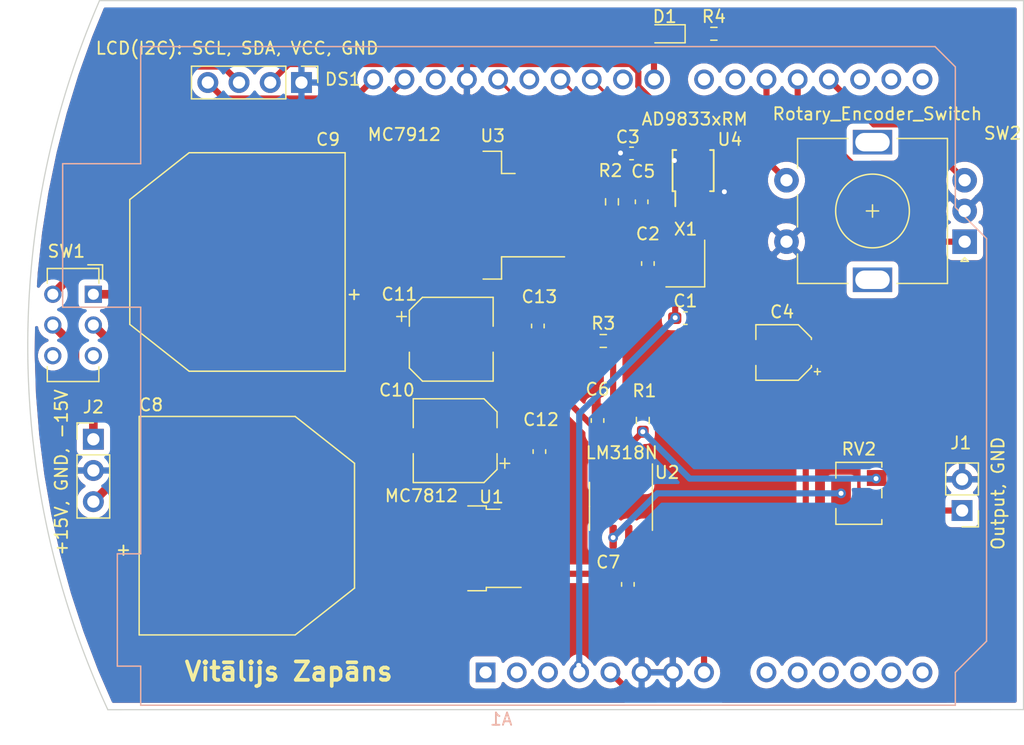
<source format=kicad_pcb>
(kicad_pcb (version 20171130) (host pcbnew "(5.1.7)-1")
  (title_block (title "Function generator") (date 2021-01-23) (rev V1.0) (company "Ventspils Augstskola") (comment 1 "PCB_CAD kurss") (comment 2 "Vitālijs Zapāns"))
  (layers (0 F.Cu signal) (31 B.Cu signal) (34 B.Paste user) (35 F.Paste user) (36 B.SilkS user) (37 F.SilkS user) (38 B.Mask user) (39 F.Mask user) (44 Edge.Cuts user))
  (net 0 "")
  (net 1 "Net-(A1-Pad32)")
  (net 2 "Net-(A1-Pad31)")
  (net 3 "Net-(A1-Pad1)")
  (net 4 "Net-(A1-Pad17)")
  (net 5 "Net-(A1-Pad2)")
  (net 6 "Net-(A1-Pad18)")
  (net 7 "Net-(A1-Pad3)")
  (net 8 "Net-(A1-Pad19)")
  (net 9 +3.3V)
  (net 10 "Net-(A1-Pad20)")
  (net 11 +5V)
  (net 12 "Net-(A1-Pad21)")
  (net 13 GNDREF)
  (net 14 "Net-(A1-Pad22)")
  (net 15 "Net-(A1-Pad23)")
  (net 16 +12V)
  (net 17 "Net-(A1-Pad24)")
  (net 18 "Net-(A1-Pad9)")
  (net 19 FSYNC)
  (net 20 "Net-(A1-Pad10)")
  (net 21 SDATA)
  (net 22 "Net-(A1-Pad11)")
  (net 23 "Net-(A1-Pad27)")
  (net 24 "Net-(A1-Pad12)")
  (net 25 SCLK)
  (net 26 "Net-(A1-Pad13)")
  (net 27 "Net-(A1-Pad14)")
  (net 28 "Net-(A1-Pad30)")
  (net 29 "Net-(A1-Pad15)")
  (net 30 "Net-(A1-Pad16)")
  (net 31 "Net-(C2-Pad1)")
  (net 32 "Net-(C5-Pad1)")
  (net 33 -12V)
  (net 34 "Net-(C8-Pad1)")
  (net 35 "Net-(C9-Pad2)")
  (net 36 "Net-(D1-Pad1)")
  (net 37 "Net-(J1-Pad1)")
  (net 38 "Net-(R1-Pad1)")
  (net 39 "Net-(R2-Pad1)")
  (net 40 "Net-(R2-Pad2)")
  (net 41 "Net-(U2-Pad1)")
  (net 42 "Net-(U2-Pad5)")
  (net 43 "Net-(U2-Pad8)")
  (net 44 "Net-(U4-Pad5)")
  (net 45 "Net-(X1-Pad1)")
  (net 46 "Net-(J2-Pad1)")
  (net 47 "Net-(J2-Pad3)")
  (net 48 "Net-(SW1-Pad3)")
  (net 49 "Net-(SW1-Pad6)")
  (module Module:Arduino_UNO_R3 (layer B.Cu) (at 117.221 106.172)
    (fp_text reference A1 (at 1.27 3.81 -180) (layer B.SilkS) (effects (justify mirror)))
    (fp_text value Arduino_UNO_R3)
    (fp_line (start 40.77 -35.31) (end 40.77 -2.54) (layer B.SilkS) (width 0.12))
    (fp_line (start 40.77 -2.54) (end 38.23 0) (layer B.SilkS) (width 0.12))
    (fp_line (start 38.23 0) (end 38.23 2.67) (layer B.SilkS) (width 0.12))
    (fp_line (start 38.23 2.67) (end -28.07 2.67) (layer B.SilkS) (width 0.12))
    (fp_line (start -28.07 2.67) (end -28.07 -0.51) (layer B.SilkS) (width 0.12))
    (fp_line (start -28.07 -0.51) (end -29.97 -0.51) (layer B.SilkS) (width 0.12))
    (fp_line (start -29.97 -0.51) (end -29.97 -9.65) (layer B.SilkS) (width 0.12))
    (fp_line (start -29.97 -9.65) (end -28.07 -9.65) (layer B.SilkS) (width 0.12))
    (fp_line (start -28.07 -9.65) (end -28.07 -29.72) (layer B.SilkS) (width 0.12))
    (fp_line (start -28.07 -29.72) (end -34.42 -29.72) (layer B.SilkS) (width 0.12))
    (fp_line (start -34.42 -29.72) (end -34.42 -41.4) (layer B.SilkS) (width 0.12))
    (fp_line (start -34.42 -41.4) (end -28.07 -41.4) (layer B.SilkS) (width 0.12))
    (fp_line (start -28.07 -41.4) (end -28.07 -50.93) (layer B.SilkS) (width 0.12))
    (fp_line (start -28.07 -50.93) (end 36.58 -50.93) (layer B.SilkS) (width 0.12))
    (fp_line (start 36.58 -50.93) (end 38.23 -49.28) (layer B.SilkS) (width 0.12))
    (fp_line (start 38.23 -49.28) (end 38.23 -37.85) (layer B.SilkS) (width 0.12))
    (fp_line (start 38.23 -37.85) (end 40.77 -35.31) (layer B.SilkS) (width 0.12))
    (pad 32 thru_hole oval (at -9.14 -48.26 270) (size 1.6 1.6) (drill 1) (layers *.Cu *.Mask) (net 1 "Net-(A1-Pad32)"))
    (pad 31 thru_hole oval (at -6.6 -48.26 270) (size 1.6 1.6) (drill 1) (layers *.Cu *.Mask) (net 2 "Net-(A1-Pad31)"))
    (pad 1 thru_hole rect (at 0 0 270) (size 1.6 1.6) (drill 1) (layers *.Cu *.Mask) (net 3 "Net-(A1-Pad1)"))
    (pad 17 thru_hole oval (at 30.48 -48.26 270) (size 1.6 1.6) (drill 1) (layers *.Cu *.Mask) (net 4 "Net-(A1-Pad17)"))
    (pad 2 thru_hole oval (at 2.54 0 270) (size 1.6 1.6) (drill 1) (layers *.Cu *.Mask) (net 5 "Net-(A1-Pad2)"))
    (pad 18 thru_hole oval (at 27.94 -48.26 270) (size 1.6 1.6) (drill 1) (layers *.Cu *.Mask) (net 6 "Net-(A1-Pad18)"))
    (pad 3 thru_hole oval (at 5.08 0 270) (size 1.6 1.6) (drill 1) (layers *.Cu *.Mask) (net 7 "Net-(A1-Pad3)"))
    (pad 19 thru_hole oval (at 25.4 -48.26 270) (size 1.6 1.6) (drill 1) (layers *.Cu *.Mask) (net 8 "Net-(A1-Pad19)"))
    (pad 4 thru_hole oval (at 7.62 0 270) (size 1.6 1.6) (drill 1) (layers *.Cu *.Mask) (net 9 +3.3V))
    (pad 20 thru_hole oval (at 22.86 -48.26 270) (size 1.6 1.6) (drill 1) (layers *.Cu *.Mask) (net 10 "Net-(A1-Pad20)"))
    (pad 5 thru_hole oval (at 10.16 0 270) (size 1.6 1.6) (drill 1) (layers *.Cu *.Mask) (net 11 +5V))
    (pad 21 thru_hole oval (at 20.32 -48.26 270) (size 1.6 1.6) (drill 1) (layers *.Cu *.Mask) (net 12 "Net-(A1-Pad21)"))
    (pad 6 thru_hole oval (at 12.7 0 270) (size 1.6 1.6) (drill 1) (layers *.Cu *.Mask) (net 13 GNDREF))
    (pad 22 thru_hole oval (at 17.78 -48.26 270) (size 1.6 1.6) (drill 1) (layers *.Cu *.Mask) (net 14 "Net-(A1-Pad22)"))
    (pad 7 thru_hole oval (at 15.24 0 270) (size 1.6 1.6) (drill 1) (layers *.Cu *.Mask) (net 13 GNDREF))
    (pad 23 thru_hole oval (at 13.72 -48.26 270) (size 1.6 1.6) (drill 1) (layers *.Cu *.Mask) (net 15 "Net-(A1-Pad23)"))
    (pad 8 thru_hole oval (at 17.78 0 270) (size 1.6 1.6) (drill 1) (layers *.Cu *.Mask) (net 16 +12V))
    (pad 24 thru_hole oval (at 11.18 -48.26 270) (size 1.6 1.6) (drill 1) (layers *.Cu *.Mask) (net 17 "Net-(A1-Pad24)"))
    (pad 9 thru_hole oval (at 22.86 0 270) (size 1.6 1.6) (drill 1) (layers *.Cu *.Mask) (net 18 "Net-(A1-Pad9)"))
    (pad 25 thru_hole oval (at 8.64 -48.26 270) (size 1.6 1.6) (drill 1) (layers *.Cu *.Mask) (net 19 FSYNC))
    (pad 10 thru_hole oval (at 25.4 0 270) (size 1.6 1.6) (drill 1) (layers *.Cu *.Mask) (net 20 "Net-(A1-Pad10)"))
    (pad 26 thru_hole oval (at 6.1 -48.26 270) (size 1.6 1.6) (drill 1) (layers *.Cu *.Mask) (net 21 SDATA))
    (pad 11 thru_hole oval (at 27.94 0 270) (size 1.6 1.6) (drill 1) (layers *.Cu *.Mask) (net 22 "Net-(A1-Pad11)"))
    (pad 27 thru_hole oval (at 3.56 -48.26 270) (size 1.6 1.6) (drill 1) (layers *.Cu *.Mask) (net 23 "Net-(A1-Pad27)"))
    (pad 12 thru_hole oval (at 30.48 0 270) (size 1.6 1.6) (drill 1) (layers *.Cu *.Mask) (net 24 "Net-(A1-Pad12)"))
    (pad 28 thru_hole oval (at 1.02 -48.26 270) (size 1.6 1.6) (drill 1) (layers *.Cu *.Mask) (net 25 SCLK))
    (pad 13 thru_hole oval (at 33.02 0 270) (size 1.6 1.6) (drill 1) (layers *.Cu *.Mask) (net 26 "Net-(A1-Pad13)"))
    (pad 29 thru_hole oval (at -1.52 -48.26 270) (size 1.6 1.6) (drill 1) (layers *.Cu *.Mask) (net 13 GNDREF))
    (pad 14 thru_hole oval (at 35.56 0 270) (size 1.6 1.6) (drill 1) (layers *.Cu *.Mask) (net 27 "Net-(A1-Pad14)"))
    (pad 30 thru_hole oval (at -4.06 -48.26 270) (size 1.6 1.6) (drill 1) (layers *.Cu *.Mask) (net 28 "Net-(A1-Pad30)"))
    (pad 15 thru_hole oval (at 35.56 -48.26 270) (size 1.6 1.6) (drill 1) (layers *.Cu *.Mask) (net 29 "Net-(A1-Pad15)"))
    (pad 16 thru_hole oval (at 33.02 -48.26 270) (size 1.6 1.6) (drill 1) (layers *.Cu *.Mask) (net 30 "Net-(A1-Pad16)"))
  )
  (module Capacitor_SMD:C_0603_1608Metric_Pad1.08x0.95mm_HandSolder (layer F.Cu) (at 133.477 77.343 180)
    (fp_text reference C1 (at 0 1.397) (layer F.SilkS))
    (fp_text value 100n)
    (fp_line (start -0.146267 0.51) (end 0.146267 0.51) (layer F.SilkS) (width 0.12))
    (fp_line (start -0.146267 -0.51) (end 0.146267 -0.51) (layer F.SilkS) (width 0.12))
    (pad 2 smd roundrect (at 0.8625 0 180) (size 1.075 0.95) (layers F.Cu F.Paste F.Mask) (net 9 +3.3V))
    (pad 1 smd roundrect (at -0.8625 0 180) (size 1.075 0.95) (layers F.Cu F.Paste F.Mask) (net 13 GNDREF))
  )
  (module Capacitor_SMD:C_0603_1608Metric_Pad1.08x0.95mm_HandSolder (layer F.Cu) (at 130.429 72.898 270)
    (fp_text reference C2 (at -2.413 0 180) (layer F.SilkS))
    (fp_text value 100n)
    (fp_line (start -0.146267 -0.51) (end 0.146267 -0.51) (layer F.SilkS) (width 0.12))
    (fp_line (start -0.146267 0.51) (end 0.146267 0.51) (layer F.SilkS) (width 0.12))
    (pad 1 smd roundrect (at -0.8625 0 270) (size 1.075 0.95) (layers F.Cu F.Paste F.Mask) (net 31 "Net-(C2-Pad1)"))
    (pad 2 smd roundrect (at 0.8625 0 270) (size 1.075 0.95) (layers F.Cu F.Paste F.Mask) (net 13 GNDREF))
  )
  (module Capacitor_SMD:C_0603_1608Metric_Pad1.08x0.95mm_HandSolder (layer F.Cu) (at 129.1 63.938 180)
    (fp_text reference C3 (at 0.3 1.338) (layer F.SilkS))
    (fp_text value 100n)
    (fp_line (start -0.146267 0.51) (end 0.146267 0.51) (layer F.SilkS) (width 0.12))
    (fp_line (start -0.146267 -0.51) (end 0.146267 -0.51) (layer F.SilkS) (width 0.12))
    (pad 2 smd roundrect (at 0.8625 0 180) (size 1.075 0.95) (layers F.Cu F.Paste F.Mask) (net 13 GNDREF))
    (pad 1 smd roundrect (at -0.8625 0 180) (size 1.075 0.95) (layers F.Cu F.Paste F.Mask) (net 11 +5V))
  )
  (module Capacitor_SMD:CP_Elec_4x5.8 (layer F.Cu) (at 141.478 80.137 180)
    (fp_text reference C4 (at 0.127 3.302) (layer F.SilkS))
    (fp_text value 10uF)
    (fp_line (start 2.26 2.26) (end 2.26 1.06) (layer F.SilkS) (width 0.12))
    (fp_line (start 2.26 -2.26) (end 2.26 -1.06) (layer F.SilkS) (width 0.12))
    (fp_line (start -1.195563 -2.26) (end 2.26 -2.26) (layer F.SilkS) (width 0.12))
    (fp_line (start -1.195563 2.26) (end 2.26 2.26) (layer F.SilkS) (width 0.12))
    (fp_line (start -2.26 1.195563) (end -2.26 1.06) (layer F.SilkS) (width 0.12))
    (fp_line (start -2.26 -1.195563) (end -2.26 -1.06) (layer F.SilkS) (width 0.12))
    (fp_line (start -2.26 -1.195563) (end -1.195563 -2.26) (layer F.SilkS) (width 0.12))
    (fp_line (start -2.26 1.195563) (end -1.195563 2.26) (layer F.SilkS) (width 0.12))
    (fp_line (start -3 -1.56) (end -2.5 -1.56) (layer F.SilkS) (width 0.12))
    (fp_line (start -2.75 -1.81) (end -2.75 -1.31) (layer F.SilkS) (width 0.12))
    (pad 1 smd roundrect (at -1.8 0 180) (size 2.6 1.6) (layers F.Cu F.Paste F.Mask) (roundrect_rratio 0.15625) (net 11 +5V))
    (pad 2 smd roundrect (at 1.8 0 180) (size 2.6 1.6) (layers F.Cu F.Paste F.Mask) (roundrect_rratio 0.15625) (net 13 GNDREF))
  )
  (module Capacitor_SMD:C_0603_1608Metric_Pad1.08x0.95mm_HandSolder (layer F.Cu) (at 129.921 67.875 90)
    (fp_text reference C5 (at 2.475 0.127 180) (layer F.SilkS))
    (fp_text value 10n)
    (fp_line (start -0.146267 -0.51) (end 0.146267 -0.51) (layer F.SilkS) (width 0.12))
    (fp_line (start -0.146267 0.51) (end 0.146267 0.51) (layer F.SilkS) (width 0.12))
    (pad 1 smd roundrect (at -0.8625 0 90) (size 1.075 0.95) (layers F.Cu F.Paste F.Mask) (net 32 "Net-(C5-Pad1)"))
    (pad 2 smd roundrect (at 0.8625 0 90) (size 1.075 0.95) (layers F.Cu F.Paste F.Mask) (net 11 +5V))
  )
  (module Capacitor_SMD:C_0603_1608Metric_Pad1.08x0.95mm_HandSolder (layer F.Cu) (at 126.333 85.674 270)
    (fp_text reference C6 (at -2.54 0 180) (layer F.SilkS))
    (fp_text value 100n)
    (fp_line (start -0.146267 0.51) (end 0.146267 0.51) (layer F.SilkS) (width 0.12))
    (fp_line (start -0.146267 -0.51) (end 0.146267 -0.51) (layer F.SilkS) (width 0.12))
    (pad 2 smd roundrect (at 0.8625 0 270) (size 1.075 0.95) (layers F.Cu F.Paste F.Mask) (net 33 -12V))
    (pad 1 smd roundrect (at -0.8625 0 270) (size 1.075 0.95) (layers F.Cu F.Paste F.Mask) (net 13 GNDREF))
  )
  (module Capacitor_SMD:C_0603_1608Metric_Pad1.08x0.95mm_HandSolder (layer F.Cu) (at 128.8 99.009 90)
    (fp_text reference C7 (at 1.809 -1.6 180) (layer F.SilkS))
    (fp_text value 100n)
    (fp_line (start -0.146267 -0.51) (end 0.146267 -0.51) (layer F.SilkS) (width 0.12))
    (fp_line (start -0.146267 0.51) (end 0.146267 0.51) (layer F.SilkS) (width 0.12))
    (pad 1 smd roundrect (at -0.8625 0 90) (size 1.075 0.95) (layers F.Cu F.Paste F.Mask) (net 13 GNDREF))
    (pad 2 smd roundrect (at 0.8625 0 90) (size 1.075 0.95) (layers F.Cu F.Paste F.Mask) (net 16 +12V))
  )
  (module Lodlaukumi1:Capacitor_mans (layer F.Cu) (at 109.347 94.234 90)
    (fp_text reference C8 (at 9.834 -19.347) (layer F.SilkS))
    (fp_text value 1000uF)
    (fp_line (start -8.89 -7.62) (end -5.08 -2.794) (layer F.SilkS) (width 0.12))
    (fp_line (start 8.89 -7.62) (end 5.08 -2.794) (layer F.SilkS) (width 0.12))
    (fp_line (start -8.89 -7.62) (end -8.89 -20.32) (layer F.SilkS) (width 0.12))
    (fp_line (start 5.08 -2.794) (end -5.08 -2.794) (layer F.SilkS) (width 0.12))
    (fp_line (start 8.89 -20.32) (end 8.89 -7.62) (layer F.SilkS) (width 0.12))
    (fp_line (start -8.89 -20.32) (end 8.89 -20.32) (layer F.SilkS) (width 0.12))
    (fp_text user + (at -1.991 -21.672 90) (layer F.SilkS))
    (pad 2 smd rect (at 0 -5.207 90) (size 2.5 6.5) (layers F.Cu F.Paste F.Mask) (net 13 GNDREF))
    (pad 1 smd rect (at 0 -17.907 90) (size 2.5 6.5) (layers F.Cu F.Paste F.Mask) (net 34 "Net-(C8-Pad1)"))
  )
  (module Lodlaukumi1:Capacitor_mans (layer F.Cu) (at 85.471 72.771 270)
    (fp_text reference C9 (at -9.971 -18.929 180) (layer F.SilkS))
    (fp_text value 1000uF)
    (fp_line (start -8.89 -20.32) (end 8.89 -20.32) (layer F.SilkS) (width 0.12))
    (fp_line (start 8.89 -20.32) (end 8.89 -7.62) (layer F.SilkS) (width 0.12))
    (fp_line (start 5.08 -2.794) (end -5.08 -2.794) (layer F.SilkS) (width 0.12))
    (fp_line (start -8.89 -7.62) (end -8.89 -20.32) (layer F.SilkS) (width 0.12))
    (fp_line (start 8.89 -7.62) (end 5.08 -2.794) (layer F.SilkS) (width 0.12))
    (fp_line (start -8.89 -7.62) (end -5.08 -2.794) (layer F.SilkS) (width 0.12))
    (fp_text user + (at 2.654 -20.979 270) (layer F.SilkS))
    (pad 1 smd rect (at 0 -17.907 270) (size 2.5 6.5) (layers F.Cu F.Paste F.Mask) (net 13 GNDREF))
    (pad 2 smd rect (at 0 -5.207 270) (size 2.5 6.5) (layers F.Cu F.Paste F.Mask) (net 35 "Net-(C9-Pad2)"))
  )
  (module Capacitor_SMD:CP_Elec_6.3x9.9 (layer F.Cu) (at 114.7445 87.3125 180)
    (fp_text reference C10 (at 4.7445 4.1125) (layer F.SilkS))
    (fp_text value 100uF)
    (fp_line (start 3.41 3.41) (end 3.41 1.06) (layer F.SilkS) (width 0.12))
    (fp_line (start 3.41 -3.41) (end 3.41 -1.06) (layer F.SilkS) (width 0.12))
    (fp_line (start -2.345563 -3.41) (end 3.41 -3.41) (layer F.SilkS) (width 0.12))
    (fp_line (start -2.345563 3.41) (end 3.41 3.41) (layer F.SilkS) (width 0.12))
    (fp_line (start -3.41 2.345563) (end -3.41 1.06) (layer F.SilkS) (width 0.12))
    (fp_line (start -3.41 -2.345563) (end -3.41 -1.06) (layer F.SilkS) (width 0.12))
    (fp_line (start -3.41 -2.345563) (end -2.345563 -3.41) (layer F.SilkS) (width 0.12))
    (fp_line (start -3.41 2.345563) (end -2.345563 3.41) (layer F.SilkS) (width 0.12))
    (fp_line (start -4.4375 -1.8475) (end -3.65 -1.8475) (layer F.SilkS) (width 0.12))
    (fp_line (start -4.04375 -2.24125) (end -4.04375 -1.45375) (layer F.SilkS) (width 0.12))
    (pad 1 smd roundrect (at -2.8 0 180) (size 3.5 1.6) (layers F.Cu F.Paste F.Mask) (roundrect_rratio 0.15625) (net 16 +12V))
    (pad 2 smd roundrect (at 2.8 0 180) (size 3.5 1.6) (layers F.Cu F.Paste F.Mask) (roundrect_rratio 0.15625) (net 13 GNDREF))
  )
  (module Capacitor_SMD:CP_Elec_6.3x9.9 (layer F.Cu) (at 114.427 79.0575)
    (fp_text reference C11 (at -4.227 -3.6575) (layer F.SilkS))
    (fp_text value 100uF)
    (fp_line (start -4.04375 -2.24125) (end -4.04375 -1.45375) (layer F.SilkS) (width 0.12))
    (fp_line (start -4.4375 -1.8475) (end -3.65 -1.8475) (layer F.SilkS) (width 0.12))
    (fp_line (start -3.41 2.345563) (end -2.345563 3.41) (layer F.SilkS) (width 0.12))
    (fp_line (start -3.41 -2.345563) (end -2.345563 -3.41) (layer F.SilkS) (width 0.12))
    (fp_line (start -3.41 -2.345563) (end -3.41 -1.06) (layer F.SilkS) (width 0.12))
    (fp_line (start -3.41 2.345563) (end -3.41 1.06) (layer F.SilkS) (width 0.12))
    (fp_line (start -2.345563 3.41) (end 3.41 3.41) (layer F.SilkS) (width 0.12))
    (fp_line (start -2.345563 -3.41) (end 3.41 -3.41) (layer F.SilkS) (width 0.12))
    (fp_line (start 3.41 -3.41) (end 3.41 -1.06) (layer F.SilkS) (width 0.12))
    (fp_line (start 3.41 3.41) (end 3.41 1.06) (layer F.SilkS) (width 0.12))
    (pad 2 smd roundrect (at 2.8 0) (size 3.5 1.6) (layers F.Cu F.Paste F.Mask) (roundrect_rratio 0.15625) (net 33 -12V))
    (pad 1 smd roundrect (at -2.8 0) (size 3.5 1.6) (layers F.Cu F.Paste F.Mask) (roundrect_rratio 0.15625) (net 13 GNDREF))
  )
  (module Capacitor_SMD:C_0603_1608Metric_Pad1.08x0.95mm_HandSolder (layer F.Cu) (at 121.6 88.2 270)
    (fp_text reference C12 (at -2.6 -0.127 180) (layer F.SilkS))
    (fp_text value 100nF)
    (fp_line (start -0.146267 -0.51) (end 0.146267 -0.51) (layer F.SilkS) (width 0.12))
    (fp_line (start -0.146267 0.51) (end 0.146267 0.51) (layer F.SilkS) (width 0.12))
    (pad 1 smd roundrect (at -0.8625 0 270) (size 1.075 0.95) (layers F.Cu F.Paste F.Mask) (net 16 +12V))
    (pad 2 smd roundrect (at 0.8625 0 270) (size 1.075 0.95) (layers F.Cu F.Paste F.Mask) (net 13 GNDREF))
  )
  (module Capacitor_SMD:C_0603_1608Metric_Pad1.08x0.95mm_HandSolder (layer F.Cu) (at 121.4755 77.978 270)
    (fp_text reference C13 (at -2.378 -0.1245 180) (layer F.SilkS))
    (fp_text value 100nF)
    (fp_line (start -0.146267 0.51) (end 0.146267 0.51) (layer F.SilkS) (width 0.12))
    (fp_line (start -0.146267 -0.51) (end 0.146267 -0.51) (layer F.SilkS) (width 0.12))
    (pad 2 smd roundrect (at 0.8625 0 270) (size 1.075 0.95) (layers F.Cu F.Paste F.Mask) (net 33 -12V))
    (pad 1 smd roundrect (at -0.8625 0 270) (size 1.075 0.95) (layers F.Cu F.Paste F.Mask) (net 13 GNDREF))
  )
  (module LED_SMD:LED_0603_1608Metric_Pad1.05x0.95mm_HandSolder (layer F.Cu) (at 131.8 54.2 180)
    (fp_text reference D1 (at 0 1.4) (layer F.SilkS))
    (fp_text value LED)
    (fp_line (start 0.8 -0.735) (end -1.66 -0.735) (layer F.SilkS) (width 0.12))
    (fp_line (start -1.66 -0.735) (end -1.66 0.735) (layer F.SilkS) (width 0.12))
    (fp_line (start -1.66 0.735) (end 0.8 0.735) (layer F.SilkS) (width 0.12))
    (pad 1 smd roundrect (at -0.875 0 180) (size 1.05 0.95) (layers F.Cu F.Paste F.Mask) (net 36 "Net-(D1-Pad1)"))
    (pad 2 smd roundrect (at 0.875 0 180) (size 1.05 0.95) (layers F.Cu F.Paste F.Mask) (net 15 "Net-(A1-Pad23)"))
  )
  (module Connector_PinHeader_2.54mm:PinHeader_1x02_P2.54mm_Vertical (layer F.Cu) (at 156 93 180)
    (fp_text reference J1 (at 0.1 5.5) (layer F.SilkS))
    (fp_text value "Output, GND" (at -2.925 1.4 90) (layer F.SilkS))
    (fp_line (start -1.33 3.87) (end 1.33 3.87) (layer F.SilkS) (width 0.12))
    (fp_line (start -1.33 1.27) (end -1.33 3.87) (layer F.SilkS) (width 0.12))
    (fp_line (start 1.33 1.27) (end 1.33 3.87) (layer F.SilkS) (width 0.12))
    (fp_line (start -1.33 1.27) (end 1.33 1.27) (layer F.SilkS) (width 0.12))
    (fp_line (start -1.33 0) (end -1.33 -1.33) (layer F.SilkS) (width 0.12))
    (fp_line (start -1.33 -1.33) (end 0 -1.33) (layer F.SilkS) (width 0.12))
    (pad 1 thru_hole rect (at 0 0 180) (size 1.7 1.7) (drill 1) (layers *.Cu *.Mask) (net 37 "Net-(J1-Pad1)"))
    (pad 2 thru_hole oval (at 0 2.54 180) (size 1.7 1.7) (drill 1) (layers *.Cu *.Mask) (net 13 GNDREF))
  )
  (module Connector_PinHeader_2.54mm:PinHeader_1x03_P2.54mm_Vertical (layer F.Cu) (at 85.3 87.2)
    (fp_text reference J2 (at 0 -2.623) (layer F.SilkS))
    (fp_text value "+15V, GND, -15V" (at -2.6 2.7 90) (layer F.SilkS))
    (fp_line (start -1.33 6.41) (end 1.33 6.41) (layer F.SilkS) (width 0.12))
    (fp_line (start -1.33 1.27) (end -1.33 6.41) (layer F.SilkS) (width 0.12))
    (fp_line (start 1.33 1.27) (end 1.33 6.41) (layer F.SilkS) (width 0.12))
    (fp_line (start -1.33 1.27) (end 1.33 1.27) (layer F.SilkS) (width 0.12))
    (fp_line (start -1.33 0) (end -1.33 -1.33) (layer F.SilkS) (width 0.12))
    (fp_line (start -1.33 -1.33) (end 0 -1.33) (layer F.SilkS) (width 0.12))
    (pad 1 thru_hole rect (at 0 0) (size 1.7 1.7) (drill 1) (layers *.Cu *.Mask) (net 46 "Net-(J2-Pad1)"))
    (pad 2 thru_hole oval (at 0 2.54) (size 1.7 1.7) (drill 1) (layers *.Cu *.Mask) (net 13 GNDREF))
    (pad 3 thru_hole oval (at 0 5.08) (size 1.7 1.7) (drill 1) (layers *.Cu *.Mask) (net 47 "Net-(J2-Pad3)"))
  )
  (module Resistor_SMD:R_0603_1608Metric_Pad0.98x0.95mm_HandSolder (layer F.Cu) (at 130.016 85.674 90)
    (fp_text reference R1 (at 2.413 0.127 180) (layer F.SilkS))
    (fp_text value 1K3)
    (fp_line (start -0.254724 0.5225) (end 0.254724 0.5225) (layer F.SilkS) (width 0.12))
    (fp_line (start -0.254724 -0.5225) (end 0.254724 -0.5225) (layer F.SilkS) (width 0.12))
    (pad 2 smd roundrect (at 0.9125 0 90) (size 0.975 0.95) (layers F.Cu F.Paste F.Mask) (net 13 GNDREF))
    (pad 1 smd roundrect (at -0.9125 0 90) (size 0.975 0.95) (layers F.Cu F.Paste F.Mask) (net 38 "Net-(R1-Pad1)"))
  )
  (module Resistor_SMD:R_0603_1608Metric_Pad0.98x0.95mm_HandSolder (layer F.Cu) (at 127.508 67.875 90)
    (fp_text reference R2 (at 2.54 -0.127 180) (layer F.SilkS))
    (fp_text value 1K3)
    (fp_line (start -0.254724 -0.5225) (end 0.254724 -0.5225) (layer F.SilkS) (width 0.12))
    (fp_line (start -0.254724 0.5225) (end 0.254724 0.5225) (layer F.SilkS) (width 0.12))
    (pad 1 smd roundrect (at -0.9125 0 90) (size 0.975 0.95) (layers F.Cu F.Paste F.Mask) (net 39 "Net-(R2-Pad1)"))
    (pad 2 smd roundrect (at 0.9125 0 90) (size 0.975 0.95) (layers F.Cu F.Paste F.Mask) (net 40 "Net-(R2-Pad2)"))
  )
  (module Resistor_SMD:R_0603_1608Metric_Pad0.98x0.95mm_HandSolder (layer F.Cu) (at 126.8 79.2)
    (fp_text reference R3 (at 0 -1.43) (layer F.SilkS))
    (fp_text value 1K3)
    (fp_line (start -0.254724 0.5225) (end 0.254724 0.5225) (layer F.SilkS) (width 0.12))
    (fp_line (start -0.254724 -0.5225) (end 0.254724 -0.5225) (layer F.SilkS) (width 0.12))
    (pad 2 smd roundrect (at 0.9125 0) (size 0.975 0.95) (layers F.Cu F.Paste F.Mask) (net 39 "Net-(R2-Pad1)"))
    (pad 1 smd roundrect (at -0.9125 0) (size 0.975 0.95) (layers F.Cu F.Paste F.Mask) (net 13 GNDREF))
  )
  (module Resistor_SMD:R_0603_1608Metric_Pad0.98x0.95mm_HandSolder (layer F.Cu) (at 135.8 54.2 180)
    (fp_text reference R4 (at 0 1.4) (layer F.SilkS))
    (fp_text value 330)
    (fp_line (start -0.254724 -0.5225) (end 0.254724 -0.5225) (layer F.SilkS) (width 0.12))
    (fp_line (start -0.254724 0.5225) (end 0.254724 0.5225) (layer F.SilkS) (width 0.12))
    (pad 1 smd roundrect (at -0.9125 0 180) (size 0.975 0.95) (layers F.Cu F.Paste F.Mask) (net 13 GNDREF))
    (pad 2 smd roundrect (at 0.9125 0 180) (size 0.975 0.95) (layers F.Cu F.Paste F.Mask) (net 36 "Net-(D1-Pad1)"))
  )
  (module Potentiometer_SMD:Potentiometer_Bourns_3214W_Vertical (layer F.Cu) (at 147.6 91.6 270)
    (fp_text reference RV2 (at -3.6 0 180) (layer F.SilkS))
    (fp_text value 50k)
    (fp_line (start 2.14 -1.87) (end 2.52 -1.87) (layer F.SilkS) (width 0.12))
    (fp_line (start -2.52 -1.87) (end -2.14 -1.87) (layer F.SilkS) (width 0.12))
    (fp_line (start -0.36 -1.87) (end 0.36 -1.87) (layer F.SilkS) (width 0.12))
    (fp_line (start -2.52 1.87) (end -1.24 1.87) (layer F.SilkS) (width 0.12))
    (fp_line (start 1.24 1.87) (end 2.52 1.87) (layer F.SilkS) (width 0.12))
    (fp_line (start -2.52 -1.87) (end -2.52 1.87) (layer F.SilkS) (width 0.12))
    (fp_line (start 2.52 -1.87) (end 2.52 1.87) (layer F.SilkS) (width 0.12))
    (pad 1 smd rect (at 1.25 -1.45 270) (size 1.3 1.6) (layers F.Cu F.Paste F.Mask) (net 37 "Net-(J1-Pad1)"))
    (pad 2 smd rect (at 0 1.45 270) (size 2 1.6) (layers F.Cu F.Paste F.Mask) (net 37 "Net-(J1-Pad1)"))
    (pad 3 smd rect (at -1.25 -1.45 270) (size 1.3 1.6) (layers F.Cu F.Paste F.Mask) (net 38 "Net-(R1-Pad1)"))
  )
  (module Rotary_Encoder:RotaryEncoder_Alps_EC11E-Switch_Vertical_H20mm (layer F.Cu) (at 156.21 71.12 180)
    (fp_text reference SW2 (at -3.09 8.82) (layer F.SilkS))
    (fp_text value Rotary_Encoder_Switch (at 7.11 10.4 180) (layer F.SilkS))
    (fp_line (start 7 2.5) (end 8 2.5) (layer F.SilkS) (width 0.12))
    (fp_line (start 7.5 2) (end 7.5 3) (layer F.SilkS) (width 0.12))
    (fp_line (start 13.6 6) (end 13.6 8.4) (layer F.SilkS) (width 0.12))
    (fp_line (start 13.6 1.2) (end 13.6 3.8) (layer F.SilkS) (width 0.12))
    (fp_line (start 13.6 -3.4) (end 13.6 -1) (layer F.SilkS) (width 0.12))
    (fp_line (start 0.3 -1.6) (end 0 -1.3) (layer F.SilkS) (width 0.12))
    (fp_line (start -0.3 -1.6) (end 0.3 -1.6) (layer F.SilkS) (width 0.12))
    (fp_line (start 0 -1.3) (end -0.3 -1.6) (layer F.SilkS) (width 0.12))
    (fp_line (start 1.4 -3.4) (end 1.4 8.4) (layer F.SilkS) (width 0.12))
    (fp_line (start 5.5 -3.4) (end 1.4 -3.4) (layer F.SilkS) (width 0.12))
    (fp_line (start 5.5 8.4) (end 1.4 8.4) (layer F.SilkS) (width 0.12))
    (fp_line (start 13.6 8.4) (end 9.5 8.4) (layer F.SilkS) (width 0.12))
    (fp_line (start 9.5 -3.4) (end 13.6 -3.4) (layer F.SilkS) (width 0.12))
    (fp_circle (center 7.5 2.5) (end 10.5 2.5) (layer F.SilkS) (width 0.12))
    (pad S1 thru_hole circle (at 14.5 5 180) (size 2 2) (drill 1) (layers *.Cu *.Mask) (net 10 "Net-(A1-Pad20)"))
    (pad S2 thru_hole circle (at 14.5 0 180) (size 2 2) (drill 1) (layers *.Cu *.Mask) (net 13 GNDREF))
    (pad MP thru_hole rect (at 7.5 8.1 180) (size 3.2 2) (drill oval 2.8 1.5) (layers *.Cu *.Mask))
    (pad MP thru_hole rect (at 7.5 -3.1 180) (size 3.2 2) (drill oval 2.8 1.5) (layers *.Cu *.Mask))
    (pad B thru_hole circle (at 0 5 180) (size 2 2) (drill 1) (layers *.Cu *.Mask) (net 6 "Net-(A1-Pad18)"))
    (pad C thru_hole circle (at 0 2.5 180) (size 2 2) (drill 1) (layers *.Cu *.Mask) (net 13 GNDREF))
    (pad A thru_hole rect (at 0 0 180) (size 2 2) (drill 1) (layers *.Cu *.Mask) (net 8 "Net-(A1-Pad19)"))
  )
  (module Package_SO:SOIC-8_3.9x4.9mm_P1.27mm (layer F.Cu) (at 128.238 92.659 270)
    (fp_text reference U2 (at -2.759 -3.762 180) (layer F.SilkS))
    (fp_text value LM318N (at -4.359 -0.062 180) (layer F.SilkS))
    (fp_line (start 0 2.56) (end 1.95 2.56) (layer F.SilkS) (width 0.12))
    (fp_line (start 0 2.56) (end -1.95 2.56) (layer F.SilkS) (width 0.12))
    (fp_line (start 0 -2.56) (end 1.95 -2.56) (layer F.SilkS) (width 0.12))
    (fp_line (start 0 -2.56) (end -3.45 -2.56) (layer F.SilkS) (width 0.12))
    (pad 1 smd roundrect (at -2.475 -1.905 270) (size 1.95 0.6) (layers F.Cu F.Paste F.Mask) (net 41 "Net-(U2-Pad1)"))
    (pad 2 smd roundrect (at -2.475 -0.635 270) (size 1.95 0.6) (layers F.Cu F.Paste F.Mask) (net 38 "Net-(R1-Pad1)"))
    (pad 3 smd roundrect (at -2.475 0.635 270) (size 1.95 0.6) (layers F.Cu F.Paste F.Mask) (net 39 "Net-(R2-Pad1)"))
    (pad 4 smd roundrect (at -2.475 1.905 270) (size 1.95 0.6) (layers F.Cu F.Paste F.Mask) (net 33 -12V))
    (pad 5 smd roundrect (at 2.475 1.905 270) (size 1.95 0.6) (layers F.Cu F.Paste F.Mask) (net 42 "Net-(U2-Pad5)"))
    (pad 6 smd roundrect (at 2.475 0.635 270) (size 1.95 0.6) (layers F.Cu F.Paste F.Mask) (net 37 "Net-(J1-Pad1)"))
    (pad 7 smd roundrect (at 2.475 -0.635 270) (size 1.95 0.6) (layers F.Cu F.Paste F.Mask) (net 16 +12V))
    (pad 8 smd roundrect (at 2.475 -1.905 270) (size 1.95 0.6) (layers F.Cu F.Paste F.Mask) (net 43 "Net-(U2-Pad8)"))
  )
  (module Package_TO_SOT_SMD:TO-263-2 (layer F.Cu) (at 115.57 68.961 180)
    (fp_text reference U3 (at -2.23 6.461 180) (layer F.SilkS))
    (fp_text value MC7912 (at 4.97 6.561 180) (layer F.SilkS))
    (fp_line (start -1.45 -5.2) (end -2.95 -5.2) (layer F.SilkS) (width 0.12))
    (fp_line (start -2.95 -5.2) (end -2.95 -3.39) (layer F.SilkS) (width 0.12))
    (fp_line (start -2.95 -3.39) (end -8.075 -3.39) (layer F.SilkS) (width 0.12))
    (fp_line (start -1.45 5.2) (end -2.95 5.2) (layer F.SilkS) (width 0.12))
    (fp_line (start -2.95 5.2) (end -2.95 3.39) (layer F.SilkS) (width 0.12))
    (fp_line (start -2.95 3.39) (end -4.05 3.39) (layer F.SilkS) (width 0.12))
    (pad 1 smd rect (at -5.775 -2.54 180) (size 4.6 1.1) (layers F.Cu F.Paste F.Mask) (net 13 GNDREF))
    (pad 3 smd rect (at -5.775 2.54 180) (size 4.6 1.1) (layers F.Cu F.Paste F.Mask) (net 33 -12V))
    (pad 2 smd rect (at 3.375 0 180) (size 9.4 10.8) (layers F.Cu F.Mask) (net 35 "Net-(C9-Pad2)"))
  )
  (module Package_SO:MSOP-10_3x3mm_P0.5mm (layer F.Cu) (at 134.112 65.335 90)
    (fp_text reference U4 (at 2.535 2.988) (layer F.SilkS))
    (fp_text value AD9833xRM (at 4.191 0.127 180) (layer F.SilkS))
    (fp_line (start -1.675 -1.675) (end -1.675 -1.45) (layer F.SilkS) (width 0.15))
    (fp_line (start 1.675 -1.675) (end 1.675 -1.375) (layer F.SilkS) (width 0.15))
    (fp_line (start 1.675 1.675) (end 1.675 1.375) (layer F.SilkS) (width 0.15))
    (fp_line (start -1.675 1.675) (end -1.675 1.375) (layer F.SilkS) (width 0.15))
    (fp_line (start -1.675 -1.675) (end 1.675 -1.675) (layer F.SilkS) (width 0.15))
    (fp_line (start -1.675 1.675) (end 1.675 1.675) (layer F.SilkS) (width 0.15))
    (fp_line (start -1.675 -1.45) (end -2.9 -1.45) (layer F.SilkS) (width 0.15))
    (pad 1 smd rect (at -2.2 -1 90) (size 1.4 0.3) (layers F.Cu F.Paste F.Mask) (net 32 "Net-(C5-Pad1)"))
    (pad 2 smd rect (at -2.2 -0.5 90) (size 1.4 0.3) (layers F.Cu F.Paste F.Mask) (net 11 +5V))
    (pad 3 smd rect (at -2.2 0 90) (size 1.4 0.3) (layers F.Cu F.Paste F.Mask) (net 31 "Net-(C2-Pad1)"))
    (pad 4 smd rect (at -2.2 0.5 90) (size 1.4 0.3) (layers F.Cu F.Paste F.Mask) (net 13 GNDREF))
    (pad 5 smd rect (at -2.2 1 90) (size 1.4 0.3) (layers F.Cu F.Paste F.Mask) (net 44 "Net-(U4-Pad5)"))
    (pad 6 smd rect (at 2.2 1 90) (size 1.4 0.3) (layers F.Cu F.Paste F.Mask) (net 21 SDATA))
    (pad 7 smd rect (at 2.2 0.5 90) (size 1.4 0.3) (layers F.Cu F.Paste F.Mask) (net 25 SCLK))
    (pad 8 smd rect (at 2.2 0 90) (size 1.4 0.3) (layers F.Cu F.Paste F.Mask) (net 19 FSYNC))
    (pad 9 smd rect (at 2.2 -0.5 90) (size 1.4 0.3) (layers F.Cu F.Paste F.Mask) (net 13 GNDREF))
    (pad 10 smd rect (at 2.2 -1 90) (size 1.4 0.3) (layers F.Cu F.Paste F.Mask) (net 40 "Net-(R2-Pad2)"))
  )
  (module Oscillator:Oscillator_SMD_Abracon_ASE-4Pin_3.2x2.5mm (layer F.Cu) (at 133.477 72.898 90)
    (fp_text reference X1 (at 2.798 0.023 180) (layer F.SilkS))
    (fp_text value ASE-24MHz)
    (fp_line (start -1.9 -1.575) (end -1.9 1.575) (layer F.SilkS) (width 0.12))
    (fp_line (start -1.9 1.575) (end 1.9 1.575) (layer F.SilkS) (width 0.12))
    (pad 1 smd rect (at -1.05 0.825 90) (size 1.3 1.1) (layers F.Cu F.Paste F.Mask) (net 45 "Net-(X1-Pad1)"))
    (pad 2 smd rect (at 1.05 0.825 90) (size 1.3 1.1) (layers F.Cu F.Paste F.Mask) (net 13 GNDREF))
    (pad 3 smd rect (at 1.05 -0.825 90) (size 1.3 1.1) (layers F.Cu F.Paste F.Mask) (net 44 "Net-(U4-Pad5)"))
    (pad 4 smd rect (at -1.05 -0.825 90) (size 1.3 1.1) (layers F.Cu F.Paste F.Mask) (net 9 +3.3V))
  )
  (module Connector_PinHeader_2.54mm:PinHeader_1x04_P2.54mm_Vertical (layer F.Cu) (at 102.235 58.166 270)
    (fp_text reference DS1 (at -0.266 -3.365 180) (layer F.SilkS))
    (fp_text value "LCD(I2C): SCL, SDA, VCC, GND" (at -2.791 5.235 180) (layer F.SilkS))
    (fp_line (start -1.33 -1.33) (end 0 -1.33) (layer F.SilkS) (width 0.12))
    (fp_line (start -1.33 0) (end -1.33 -1.33) (layer F.SilkS) (width 0.12))
    (fp_line (start -1.33 1.27) (end 1.33 1.27) (layer F.SilkS) (width 0.12))
    (fp_line (start 1.33 1.27) (end 1.33 8.95) (layer F.SilkS) (width 0.12))
    (fp_line (start -1.33 1.27) (end -1.33 8.95) (layer F.SilkS) (width 0.12))
    (fp_line (start -1.33 8.95) (end 1.33 8.95) (layer F.SilkS) (width 0.12))
    (pad 1 thru_hole rect (at 0 0 270) (size 1.7 1.7) (drill 1) (layers *.Cu *.Mask) (net 13 GNDREF))
    (pad 2 thru_hole oval (at 0 2.54 270) (size 1.7 1.7) (drill 1) (layers *.Cu *.Mask) (net 11 +5V))
    (pad 3 thru_hole oval (at 0 5.08 270) (size 1.7 1.7) (drill 1) (layers *.Cu *.Mask) (net 2 "Net-(A1-Pad31)"))
    (pad 4 thru_hole oval (at 0 7.62 270) (size 1.7 1.7) (drill 1) (layers *.Cu *.Mask) (net 1 "Net-(A1-Pad32)"))
  )
  (module Package_TO_SOT_SMD:TO-252-2 (layer F.Cu) (at 114.808 96.0755 180)
    (fp_text reference U1 (at -2.892 4.1755) (layer F.SilkS))
    (fp_text value MC7812 (at 2.808 4.2755) (layer F.SilkS))
    (fp_line (start -2.47 3.18) (end -3.57 3.18) (layer F.SilkS) (width 0.12))
    (fp_line (start -2.47 3.45) (end -2.47 3.18) (layer F.SilkS) (width 0.12))
    (fp_line (start -0.97 3.45) (end -2.47 3.45) (layer F.SilkS) (width 0.12))
    (fp_line (start -2.47 -3.18) (end -5.3 -3.18) (layer F.SilkS) (width 0.12))
    (fp_line (start -2.47 -3.45) (end -2.47 -3.18) (layer F.SilkS) (width 0.12))
    (fp_line (start -0.97 -3.45) (end -2.47 -3.45) (layer F.SilkS) (width 0.12))
    (pad 1 smd rect (at -4.2 -2.28 180) (size 2.2 1.2) (layers F.Cu F.Paste F.Mask) (net 13 GNDREF))
    (pad 3 smd rect (at -4.2 2.28 180) (size 2.2 1.2) (layers F.Cu F.Paste F.Mask) (net 16 +12V))
    (pad 2 smd rect (at 2.1 0 180) (size 6.4 5.8) (layers F.Cu F.Mask) (net 34 "Net-(C8-Pad1)"))
  )
  (module Button_Switch_THT:SW_CuK_JS202011AQN_DPDT_Angled (layer F.Cu) (at 85.3 75.4 270)
    (fp_text reference SW1 (at -3.5 2.2) (layer F.SilkS))
    (fp_text value SW_DPDT_x2)
    (fp_line (start -0.9 -0.45) (end -2.1 -0.45) (layer F.SilkS) (width 0.12))
    (fp_line (start -2.1 -0.45) (end -2.1 3.75) (layer F.SilkS) (width 0.12))
    (fp_line (start -2.1 3.75) (end -0.9 3.75) (layer F.SilkS) (width 0.12))
    (fp_line (start 5.9 -0.45) (end 7.1 -0.45) (layer F.SilkS) (width 0.12))
    (fp_line (start 7.1 -0.45) (end 7.1 3.75) (layer F.SilkS) (width 0.12))
    (fp_line (start 7.1 3.75) (end 5.9 3.75) (layer F.SilkS) (width 0.12))
    (fp_line (start -1.2 -0.75) (end -2.4 -0.75) (layer F.SilkS) (width 0.12))
    (fp_line (start -2.4 -0.75) (end -2.4 0.45) (layer F.SilkS) (width 0.12))
    (pad 1 thru_hole rect (at 0 0 270) (size 1.4 1.4) (drill 0.9) (layers *.Cu *.Mask) (net 34 "Net-(C8-Pad1)"))
    (pad 2 thru_hole circle (at 2.5 0 270) (size 1.4 1.4) (drill 0.9) (layers *.Cu *.Mask) (net 47 "Net-(J2-Pad3)"))
    (pad 3 thru_hole circle (at 5 0 270) (size 1.4 1.4) (drill 0.9) (layers *.Cu *.Mask) (net 48 "Net-(SW1-Pad3)"))
    (pad 4 thru_hole circle (at 0 3.3 270) (size 1.4 1.4) (drill 0.9) (layers *.Cu *.Mask) (net 35 "Net-(C9-Pad2)"))
    (pad 5 thru_hole circle (at 2.5 3.3 270) (size 1.4 1.4) (drill 0.9) (layers *.Cu *.Mask) (net 46 "Net-(J2-Pad1)"))
    (pad 6 thru_hole circle (at 5 3.3 270) (size 1.4 1.4) (drill 0.9) (layers *.Cu *.Mask) (net 49 "Net-(SW1-Pad6)"))
  )
  (gr_text "Vitālijs Zapāns" (at 101.2 106.1) (layer F.SilkS) (effects (font (size 1.5 1.5) (thickness 0.3))))
  (gr_arc (start 150.5 79.6) (end 85.800001 51.500001) (angle -48.29469081) (layer Edge.Cuts) (width 0.1))
  (gr_line (start 161 109.2) (end 86.476321 109.208585) (layer Edge.Cuts) (width 0.1))
  (gr_line (start 161 51.5) (end 161 109.2) (layer Edge.Cuts) (width 0.1))
  (gr_line (start 85.8 51.5) (end 161 51.5) (layer Edge.Cuts) (width 0.1))
  (segment (start 106.526999 59.466001) (end 108.081 57.912) (width 0.5) (layer F.Cu) (net 1))
  (segment (start 95.915001 59.466001) (end 106.526999 59.466001) (width 0.5) (layer F.Cu) (net 1))
  (segment (start 94.615 58.166) (end 95.915001 59.466001) (width 0.5) (layer F.Cu) (net 1))
  (segment (start 95.854999 56.865999) (end 93.334001 56.865999) (width 0.5) (layer F.Cu) (net 2))
  (segment (start 97.155 58.166) (end 95.854999 56.865999) (width 0.5) (layer F.Cu) (net 2))
  (segment (start 93.334001 56.865999) (end 92.2 58) (width 0.5) (layer F.Cu) (net 2))
  (segment (start 92.2 58) (end 92.2 59.8) (width 0.5) (layer F.Cu) (net 2))
  (segment (start 92.2 59.8) (end 93.6 61.2) (width 0.5) (layer F.Cu) (net 2))
  (segment (start 107.333 61.2) (end 110.621 57.912) (width 0.5) (layer F.Cu) (net 2))
  (segment (start 93.6 61.2) (end 107.333 61.2) (width 0.5) (layer F.Cu) (net 2))
  (segment (start 151.659999 61.569999) (end 156.21 66.12) (width 0.5) (layer F.Cu) (net 6))
  (segment (start 148.818999 61.569999) (end 151.659999 61.569999) (width 0.5) (layer F.Cu) (net 6))
  (segment (start 145.161 57.912) (end 148.818999 61.569999) (width 0.5) (layer F.Cu) (net 6))
  (segment (start 142.621 60.341002) (end 153.399998 71.12) (width 0.5) (layer F.Cu) (net 8))
  (segment (start 153.399998 71.12) (end 156.21 71.12) (width 0.5) (layer F.Cu) (net 8))
  (segment (start 142.621 57.912) (end 142.621 60.341002) (width 0.5) (layer F.Cu) (net 8))
  (via (at 124.8 105.6) (size 0.8) (drill 0.4) (layers F.Cu B.Cu) (net 9))
  (segment (start 132.652 77.3055) (end 132.652 77.3055) (width 0.25) (layer F.Cu) (net 9))
  (via (at 132.652 77.3055) (size 0.8) (drill 0.4) (layers F.Cu B.Cu) (net 9))
  (segment (start 132.652 77.3055) (end 132.6145 77.343) (width 0.5) (layer F.Cu) (net 9))
  (segment (start 132.652 73.948) (end 132.652 77.3055) (width 0.5) (layer F.Cu) (net 9))
  (segment (start 124.841 85.1165) (end 132.652 77.3055) (width 0.5) (layer B.Cu) (net 9))
  (segment (start 124.841 106.172) (end 124.841 85.1165) (width 0.5) (layer B.Cu) (net 9))
  (segment (start 140.081 64.491) (end 141.71 66.12) (width 0.5) (layer F.Cu) (net 10))
  (segment (start 140.081 57.912) (end 140.081 64.491) (width 0.5) (layer F.Cu) (net 10))
  (segment (start 143.278 92.322) (end 143.278 92.322) (width 0.25) (layer F.Cu) (net 11))
  (segment (start 134.82298 60.324972) (end 136.775501 62.277493) (width 0.5) (layer F.Cu) (net 11))
  (segment (start 131.50397 60.324972) (end 134.82298 60.324972) (width 0.5) (layer F.Cu) (net 11))
  (segment (start 129.651001 58.472003) (end 131.50397 60.324972) (width 0.5) (layer F.Cu) (net 11))
  (segment (start 129.001001 56.661999) (end 129.651001 57.311999) (width 0.5) (layer F.Cu) (net 11))
  (segment (start 101.199001 56.661999) (end 129.001001 56.661999) (width 0.5) (layer F.Cu) (net 11))
  (segment (start 136.775501 62.277493) (end 136.775501 65.424499) (width 0.5) (layer F.Cu) (net 11))
  (segment (start 129.651001 57.311999) (end 129.651001 58.472003) (width 0.5) (layer F.Cu) (net 11))
  (segment (start 99.695 58.166) (end 101.199001 56.661999) (width 0.5) (layer F.Cu) (net 11))
  (segment (start 129.9625 66.971) (end 129.921 67.0125) (width 0.5) (layer F.Cu) (net 11))
  (segment (start 129.9625 63.938) (end 129.9625 66.971) (width 0.5) (layer F.Cu) (net 11))
  (segment (start 133.612 67.535) (end 133.612 66.585) (width 0.25) (layer F.Cu) (net 11))
  (segment (start 136.775501 62.277493) (end 136.775501 65.375501) (width 0.5) (layer F.Cu) (net 11))
  (segment (start 138.7705 67.3705) (end 138.7705 75.6295) (width 0.5) (layer F.Cu) (net 11))
  (segment (start 136.775501 65.375501) (end 138.7705 67.3705) (width 0.5) (layer F.Cu) (net 11))
  (segment (start 143.278 80.137) (end 138.7705 75.6295) (width 0.5) (layer F.Cu) (net 11))
  (segment (start 133.612 66.585) (end 133.585 66.585) (width 0.25) (layer F.Cu) (net 11))
  (segment (start 133.585 66.585) (end 133 66) (width 0.25) (layer F.Cu) (net 11))
  (segment (start 133.624499 65.375501) (end 133 66) (width 0.5) (layer F.Cu) (net 11))
  (segment (start 136.775501 65.375501) (end 133.624499 65.375501) (width 0.5) (layer F.Cu) (net 11))
  (segment (start 127.381 106.172) (end 129.009 107.8) (width 0.5) (layer F.Cu) (net 11))
  (segment (start 129.009 107.8) (end 136 107.8) (width 0.5) (layer F.Cu) (net 11))
  (segment (start 136 107.8) (end 143.278 100.522) (width 0.5) (layer F.Cu) (net 11))
  (segment (start 143.278 100.522) (end 143.278 99.278) (width 0.5) (layer F.Cu) (net 11))
  (segment (start 143.278 99.278) (end 143.278 80.137) (width 0.5) (layer F.Cu) (net 11))
  (segment (start 131.4 66) (end 133 66) (width 0.5) (layer F.Cu) (net 11))
  (segment (start 130.3875 67.0125) (end 131.4 66) (width 0.5) (layer F.Cu) (net 11))
  (segment (start 129.921 67.0125) (end 130.3875 67.0125) (width 0.5) (layer F.Cu) (net 11))
  (via (at 128.2 63.9) (size 0.8) (drill 0.4) (layers F.Cu B.Cu) (net 13))
  (via (at 136.652 67.056) (size 0.8) (drill 0.4) (layers F.Cu B.Cu) (net 13))
  (segment (start 135.128 66.04) (end 135.636 66.04) (width 0.25) (layer F.Cu) (net 13))
  (segment (start 134.612 67.535) (end 134.612 66.556) (width 0.25) (layer F.Cu) (net 13))
  (segment (start 134.612 66.556) (end 135.128 66.04) (width 0.25) (layer F.Cu) (net 13))
  (segment (start 135.636 66.04) (end 136.652 67.056) (width 0.25) (layer F.Cu) (net 13))
  (via (at 132.588 64.516) (size 0.8) (drill 0.4) (layers F.Cu B.Cu) (net 13))
  (segment (start 133.612 64.085) (end 133.612 63.135) (width 0.25) (layer F.Cu) (net 13))
  (segment (start 133.181 64.516) (end 133.612 64.085) (width 0.25) (layer F.Cu) (net 13))
  (segment (start 132.588 64.516) (end 133.181 64.516) (width 0.25) (layer F.Cu) (net 13))
  (segment (start 130.925 57.896) (end 130.941 57.912) (width 0.5) (layer F.Cu) (net 15))
  (segment (start 130.925 54.2) (end 130.925 57.896) (width 0.5) (layer F.Cu) (net 15))
  (segment (start 128.873 94.757232) (end 128.873 95.134) (width 0.25) (layer F.Cu) (net 16))
  (segment (start 117.5695 87.3375) (end 117.5445 87.3125) (width 0.7) (layer F.Cu) (net 16))
  (segment (start 121.6 87.3375) (end 117.5695 87.3375) (width 0.7) (layer F.Cu) (net 16))
  (segment (start 117.5445 92.332) (end 119.008 93.7955) (width 0.7) (layer F.Cu) (net 16))
  (segment (start 117.5445 87.3125) (end 117.5445 92.332) (width 0.7) (layer F.Cu) (net 16))
  (segment (start 135.001 104.3475) (end 135.001 106.172) (width 0.5) (layer F.Cu) (net 16))
  (segment (start 128.8 98.1465) (end 135.001 104.3475) (width 0.5) (layer F.Cu) (net 16))
  (segment (start 128.873 98.0735) (end 128.8 98.1465) (width 0.5) (layer F.Cu) (net 16))
  (segment (start 128.873 95.134) (end 128.873 98.0735) (width 0.5) (layer F.Cu) (net 16))
  (segment (start 123.359 98.1465) (end 128.8 98.1465) (width 0.5) (layer F.Cu) (net 16))
  (segment (start 119.008 93.7955) (end 123.359 98.1465) (width 0.5) (layer F.Cu) (net 16))
  (segment (start 128.848982 60.899982) (end 134.584804 60.899982) (width 0.25) (layer F.Cu) (net 19))
  (segment (start 134.112 64.070002) (end 134.112 63.135) (width 0.25) (layer F.Cu) (net 19))
  (segment (start 125.861 57.912) (end 128.848982 60.899982) (width 0.25) (layer F.Cu) (net 19))
  (segment (start 134.584804 60.899982) (end 135.587001 61.902179) (width 0.25) (layer F.Cu) (net 19))
  (segment (start 135.587001 61.902179) (end 135.587001 64.212999) (width 0.25) (layer F.Cu) (net 19))
  (segment (start 134.441998 64.4) (end 134.112 64.070002) (width 0.25) (layer F.Cu) (net 19))
  (segment (start 135.587001 64.212999) (end 135.4 64.4) (width 0.25) (layer F.Cu) (net 19))
  (segment (start 135.4 64.4) (end 134.441998 64.4) (width 0.25) (layer F.Cu) (net 19))
  (segment (start 135.112 62.063588) (end 135.112 63.135) (width 0.25) (layer F.Cu) (net 21))
  (segment (start 134.398403 61.349991) (end 135.112 62.063588) (width 0.25) (layer F.Cu) (net 21))
  (segment (start 126.758992 61.349992) (end 134.398403 61.349991) (width 0.25) (layer F.Cu) (net 21))
  (segment (start 123.321 57.912) (end 126.758992 61.349992) (width 0.25) (layer F.Cu) (net 21))
  (segment (start 134.612 62.199998) (end 134.612 63.135) (width 0.25) (layer F.Cu) (net 25))
  (segment (start 134.212002 61.8) (end 134.612 62.199998) (width 0.25) (layer F.Cu) (net 25))
  (segment (start 122.129 61.8) (end 134.212002 61.8) (width 0.25) (layer F.Cu) (net 25))
  (segment (start 118.241 57.912) (end 122.129 61.8) (width 0.25) (layer F.Cu) (net 25))
  (segment (start 134.112 68.470002) (end 134.112 67.535) (width 0.25) (layer F.Cu) (net 31))
  (segment (start 130.546502 72.0355) (end 134.112 68.470002) (width 0.25) (layer F.Cu) (net 31))
  (segment (start 130.429 72.0355) (end 130.546502 72.0355) (width 0.25) (layer F.Cu) (net 31))
  (segment (start 131.9095 68.7375) (end 133.112 67.535) (width 0.25) (layer F.Cu) (net 32))
  (segment (start 129.921 68.7375) (end 131.9095 68.7375) (width 0.25) (layer F.Cu) (net 32))
  (segment (start 118.027 78.2575) (end 117.227 79.0575) (width 0.7) (layer F.Cu) (net 33))
  (segment (start 118.027 69.739) (end 118.027 78.2575) (width 0.7) (layer F.Cu) (net 33))
  (segment (start 121.345 66.421) (end 118.027 69.739) (width 0.7) (layer F.Cu) (net 33))
  (segment (start 121.2585 79.0575) (end 121.4755 78.8405) (width 0.7) (layer F.Cu) (net 33))
  (segment (start 117.227 79.0575) (end 121.2585 79.0575) (width 0.7) (layer F.Cu) (net 33))
  (segment (start 121.4755 81.679) (end 126.333 86.5365) (width 0.5) (layer F.Cu) (net 33))
  (segment (start 121.4755 78.8405) (end 121.4755 81.679) (width 0.5) (layer F.Cu) (net 33))
  (segment (start 126.333 86.5365) (end 126.333 90.184) (width 0.5) (layer F.Cu) (net 33))
  (segment (start 110.3835 98.4) (end 112.708 96.0755) (width 0.7) (layer F.Cu) (net 34))
  (segment (start 95.606 98.4) (end 110.3835 98.4) (width 0.7) (layer F.Cu) (net 34))
  (segment (start 91.44 94.234) (end 95.606 98.4) (width 0.7) (layer F.Cu) (net 34))
  (segment (start 91.44 94.143) (end 91.44 94.234) (width 0.7) (layer F.Cu) (net 34))
  (segment (start 89.44 94.234) (end 91.44 94.234) (width 0.5) (layer F.Cu) (net 34))
  (segment (start 91.44 92.284) (end 91.44 94.234) (width 0.7) (layer F.Cu) (net 34))
  (segment (start 91.44 79.44) (end 91.44 94.234) (width 0.7) (layer F.Cu) (net 34))
  (segment (start 85.3 75.4) (end 87.4 75.4) (width 0.7) (layer F.Cu) (net 34))
  (segment (start 87.4 75.4) (end 91.44 79.44) (width 0.7) (layer F.Cu) (net 34))
  (segment (start 90.678 72.771) (end 90.678 70.122) (width 0.7) (layer F.Cu) (net 35))
  (segment (start 91.839 68.961) (end 93.361 68.961) (width 0.7) (layer F.Cu) (net 35))
  (segment (start 90.678 70.122) (end 91.839 68.961) (width 0.7) (layer F.Cu) (net 35))
  (segment (start 93.361 68.961) (end 112.195 68.961) (width 0.7) (layer F.Cu) (net 35))
  (segment (start 84.629 72.771) (end 90.678 72.771) (width 0.7) (layer F.Cu) (net 35))
  (segment (start 82 75.4) (end 84.629 72.771) (width 0.7) (layer F.Cu) (net 35))
  (segment (start 132.675 54.2) (end 134.8875 54.2) (width 0.5) (layer F.Cu) (net 36))
  (via (at 127.6 95.2) (size 0.8) (drill 0.4) (layers F.Cu B.Cu) (net 37))
  (segment (start 146.15 91.6) (end 146.15 91.6) (width 0.25) (layer F.Cu) (net 37))
  (segment (start 155.45 92.85) (end 156 93.4) (width 0.25) (layer F.Cu) (net 37))
  (via (at 146.15 91.6) (size 0.8) (drill 0.4) (layers F.Cu B.Cu) (net 37))
  (segment (start 149.2 93) (end 149.05 92.85) (width 0.5) (layer F.Cu) (net 37))
  (segment (start 156 93) (end 149.2 93) (width 0.5) (layer F.Cu) (net 37))
  (segment (start 147.4 92.85) (end 146.15 91.6) (width 0.5) (layer F.Cu) (net 37))
  (segment (start 149.05 92.85) (end 147.4 92.85) (width 0.5) (layer F.Cu) (net 37))
  (segment (start 131.2 91.6) (end 127.6 95.2) (width 0.5) (layer B.Cu) (net 37))
  (segment (start 146.15 91.6) (end 131.2 91.6) (width 0.5) (layer B.Cu) (net 37))
  (via (at 149 90.4) (size 0.8) (drill 0.4) (layers F.Cu B.Cu) (net 38))
  (segment (start 128.873 90.560768) (end 128.873 90.184) (width 0.25) (layer F.Cu) (net 38))
  (segment (start 130.016 86.5865) (end 130.016 86.5865) (width 0.25) (layer F.Cu) (net 38))
  (via (at 130.016 86.5865) (size 0.8) (drill 0.4) (layers F.Cu B.Cu) (net 38))
  (segment (start 128.873 87.7295) (end 130.016 86.5865) (width 0.5) (layer F.Cu) (net 38))
  (segment (start 128.873 90.184) (end 128.873 87.7295) (width 0.5) (layer F.Cu) (net 38))
  (segment (start 133.8295 90.4) (end 130.016 86.5865) (width 0.5) (layer B.Cu) (net 38))
  (segment (start 149 90.4) (end 133.8295 90.4) (width 0.5) (layer B.Cu) (net 38))
  (segment (start 127.603 79.3095) (end 127.7125 79.2) (width 0.5) (layer F.Cu) (net 39))
  (segment (start 127.603 90.184) (end 127.603 79.3095) (width 0.5) (layer F.Cu) (net 39))
  (segment (start 127.508 78.9955) (end 127.7125 79.2) (width 0.5) (layer F.Cu) (net 39))
  (segment (start 127.508 68.7875) (end 127.508 78.9955) (width 0.5) (layer F.Cu) (net 39))
  (segment (start 127.51249 63.135) (end 133.112 63.135) (width 0.25) (layer F.Cu) (net 40))
  (segment (start 127.17999 66.63449) (end 127.17999 63.4675) (width 0.25) (layer F.Cu) (net 40))
  (segment (start 127.17999 63.4675) (end 127.51249 63.135) (width 0.25) (layer F.Cu) (net 40))
  (segment (start 127.508 66.9625) (end 127.17999 66.63449) (width 0.25) (layer F.Cu) (net 40))
  (segment (start 135.112 68.488) (end 135.112 67.535) (width 0.25) (layer F.Cu) (net 44))
  (segment (start 132.652 70.948) (end 135.112 68.488) (width 0.25) (layer F.Cu) (net 44))
  (segment (start 132.652 71.848) (end 132.652 70.948) (width 0.25) (layer F.Cu) (net 44))
  (segment (start 84.8 87.503) (end 84.8 87.503) (width 0.7) (layer F.Cu) (net 46))
  (segment (start 84.049999 84.399999) (end 85.3 85.65) (width 0.7) (layer F.Cu) (net 46))
  (segment (start 82 77.9) (end 82.699999 78.599999) (width 0.7) (layer F.Cu) (net 46))
  (segment (start 82.699999 78.599999) (end 83.8 79.7) (width 0.7) (layer F.Cu) (net 46))
  (segment (start 85.3 85.65) (end 85.3 87.2) (width 0.7) (layer F.Cu) (net 46))
  (segment (start 83.8 84.15) (end 85.3 85.65) (width 0.7) (layer F.Cu) (net 46))
  (segment (start 83.8 79.7) (end 83.8 84.15) (width 0.7) (layer F.Cu) (net 46))
  (segment (start 88.5 89.08) (end 85.3 92.28) (width 0.7) (layer F.Cu) (net 47))
  (segment (start 85.3 77.9) (end 88.5 81.1) (width 0.7) (layer F.Cu) (net 47))
  (segment (start 88.5 81.1) (end 88.5 89.08) (width 0.7) (layer F.Cu) (net 47))
  (zone (net 13) (net_name GNDREF) (layer F.Cu) (connect_pads (clearance 0.508)) (min_thickness 0.254) (fill yes (arc_segments 32) (thermal_gap 0.508) (thermal_bridge_width 0.508))
    (polygon (pts (xy 161 109.2) (xy 86.5 109.2) (xy 84.4 104.3) (xy 83.3 101.2) (xy 82.6 98.7) (xy 81.9 96) (xy 81 91.6) (xy 80.6 89.1) (xy 80.2 85.2) (xy 80 81.9) (xy 80 78.3) (xy 80.1 74.9) (xy 80.6 70.2) (xy 81.5 64.9) (xy 82.9 59.4) (xy 85 53.3) (xy 85.8 51.5) (xy 161 51.5)))
  )
  (zone (net 13) (net_name GNDREF) (layer B.Cu) (connect_pads (clearance 0.508)) (min_thickness 0.254) (fill yes (arc_segments 32) (thermal_gap 0.508) (thermal_bridge_width 0.508))
    (polygon (pts (xy 161 109.2) (xy 86.5 109.2) (xy 83.3 100.9) (xy 81.2 92.6) (xy 80.1 83.8) (xy 80.1 75.7) (xy 80.9 67.9) (xy 82.5 60.9) (xy 84.6 54.4) (xy 85.8 51.5) (xy 161 51.5)))
  )
  (zone (net 0) (net_name "") (layer F.Cu) (priority 2) (connect_pads (clearance 0.508)) (min_thickness 0.254) (fill yes (arc_segments 16) (thermal_gap 0.508) (thermal_bridge_width 0.508))
    (polygon (pts (xy 93.2 57.2) (xy 93.2 60.8) (xy 108 60.8) (xy 110.2 57) (xy 101.4 57.2) (xy 97 58.6)))
  )
  (zone (net 0) (net_name "") (layer F.Cu) (priority 3) (connect_pads (clearance 0.508)) (min_thickness 0.254) (fill yes (arc_segments 16) (thermal_gap 0.508) (thermal_bridge_width 0.508))
    (polygon (pts (xy 121 58) (xy 120.4 59.4) (xy 122.6 61.4) (xy 127.8 61.6) (xy 132 60) (xy 129 58)))
  )
  (zone (net 0) (net_name "") (layer F.Cu) (priority 4) (connect_pads (clearance 0.508)) (min_thickness 0.254) (fill yes (arc_segments 16) (thermal_gap 0.508) (thermal_bridge_width 0.508))
    (polygon (pts (xy 127.6 62) (xy 128.8 69) (xy 135 69.2) (xy 136.6 63.2) (xy 135.8 61.2)))
  )
  (zone (net 0) (net_name "") (layer F.Cu) (priority 4) (connect_pads (clearance 0.508)) (min_thickness 0.254) (fill yes (arc_segments 16) (thermal_gap 0.508) (thermal_bridge_width 0.508))
    (polygon (pts (xy 143 59) (xy 143.2 60.8) (xy 148 64.6) (xy 148.4 60.6) (xy 146.2 58.6)))
  )
)
</source>
